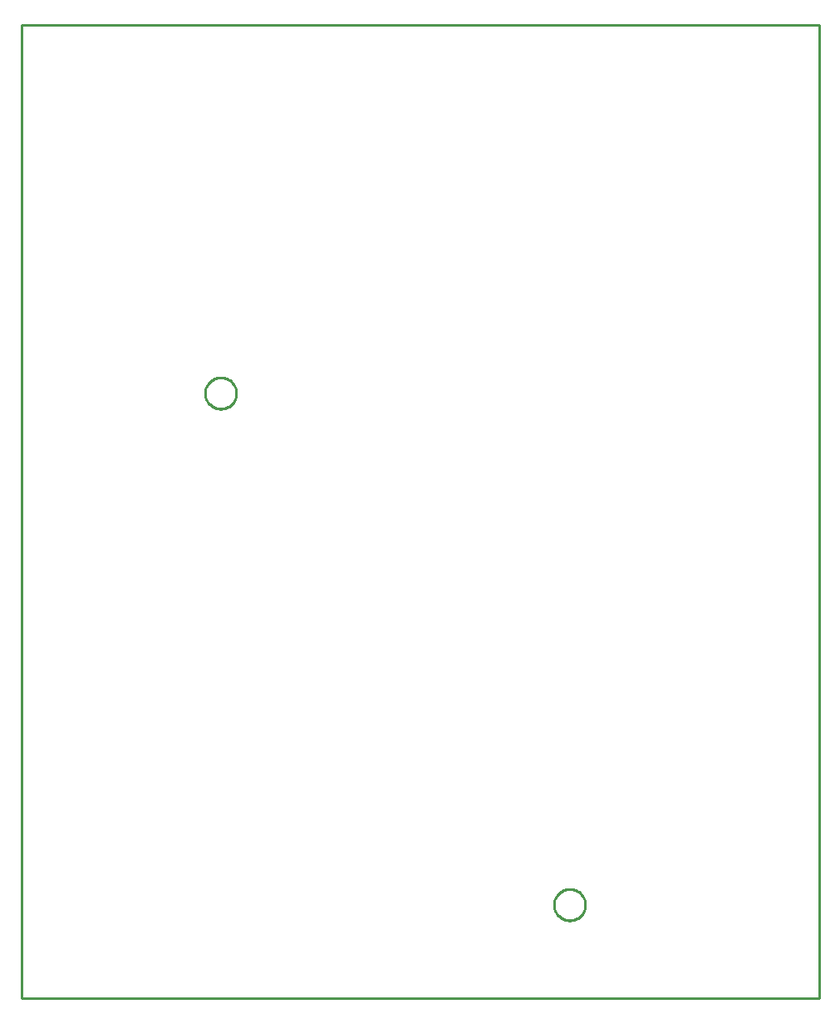
<source format=gbr>
G04 EAGLE Gerber RS-274X export*
G75*
%MOMM*%
%FSLAX34Y34*%
%LPD*%
%IN*%
%IPPOS*%
%AMOC8*
5,1,8,0,0,1.08239X$1,22.5*%
G01*
%ADD10C,0.254000*%


D10*
X0Y0D02*
X812800Y0D01*
X812800Y990600D01*
X0Y990600D01*
X0Y0D01*
X574802Y94726D02*
X574733Y93681D01*
X574597Y92642D01*
X574392Y91614D01*
X574121Y90602D01*
X573784Y89610D01*
X573383Y88642D01*
X572920Y87703D01*
X572396Y86795D01*
X571814Y85924D01*
X571176Y85093D01*
X570486Y84305D01*
X569745Y83564D01*
X568957Y82874D01*
X568126Y82236D01*
X567255Y81654D01*
X566347Y81130D01*
X565408Y80667D01*
X564440Y80266D01*
X563448Y79929D01*
X562436Y79658D01*
X561408Y79453D01*
X560369Y79317D01*
X559324Y79248D01*
X558276Y79248D01*
X557231Y79317D01*
X556192Y79453D01*
X555164Y79658D01*
X554152Y79929D01*
X553160Y80266D01*
X552192Y80667D01*
X551253Y81130D01*
X550345Y81654D01*
X549474Y82236D01*
X548643Y82874D01*
X547855Y83564D01*
X547114Y84305D01*
X546424Y85093D01*
X545786Y85924D01*
X545204Y86795D01*
X544680Y87703D01*
X544217Y88642D01*
X543816Y89610D01*
X543479Y90602D01*
X543208Y91614D01*
X543003Y92642D01*
X542867Y93681D01*
X542798Y94726D01*
X542798Y95774D01*
X542867Y96819D01*
X543003Y97858D01*
X543208Y98886D01*
X543479Y99898D01*
X543816Y100890D01*
X544217Y101858D01*
X544680Y102797D01*
X545204Y103705D01*
X545786Y104576D01*
X546424Y105407D01*
X547114Y106195D01*
X547855Y106936D01*
X548643Y107626D01*
X549474Y108264D01*
X550345Y108846D01*
X551253Y109370D01*
X552192Y109833D01*
X553160Y110234D01*
X554152Y110571D01*
X555164Y110842D01*
X556192Y111047D01*
X557231Y111183D01*
X558276Y111252D01*
X559324Y111252D01*
X560369Y111183D01*
X561408Y111047D01*
X562436Y110842D01*
X563448Y110571D01*
X564440Y110234D01*
X565408Y109833D01*
X566347Y109370D01*
X567255Y108846D01*
X568126Y108264D01*
X568957Y107626D01*
X569745Y106936D01*
X570486Y106195D01*
X571176Y105407D01*
X571814Y104576D01*
X572396Y103705D01*
X572920Y102797D01*
X573383Y101858D01*
X573784Y100890D01*
X574121Y99898D01*
X574392Y98886D01*
X574597Y97858D01*
X574733Y96819D01*
X574802Y95774D01*
X574802Y94726D01*
X219202Y615426D02*
X219133Y614381D01*
X218997Y613342D01*
X218792Y612314D01*
X218521Y611302D01*
X218184Y610310D01*
X217783Y609342D01*
X217320Y608403D01*
X216796Y607495D01*
X216214Y606624D01*
X215576Y605793D01*
X214886Y605005D01*
X214145Y604264D01*
X213357Y603574D01*
X212526Y602936D01*
X211655Y602354D01*
X210747Y601830D01*
X209808Y601367D01*
X208840Y600966D01*
X207848Y600629D01*
X206836Y600358D01*
X205808Y600153D01*
X204769Y600017D01*
X203724Y599948D01*
X202676Y599948D01*
X201631Y600017D01*
X200592Y600153D01*
X199564Y600358D01*
X198552Y600629D01*
X197560Y600966D01*
X196592Y601367D01*
X195653Y601830D01*
X194745Y602354D01*
X193874Y602936D01*
X193043Y603574D01*
X192255Y604264D01*
X191514Y605005D01*
X190824Y605793D01*
X190186Y606624D01*
X189604Y607495D01*
X189080Y608403D01*
X188617Y609342D01*
X188216Y610310D01*
X187879Y611302D01*
X187608Y612314D01*
X187403Y613342D01*
X187267Y614381D01*
X187198Y615426D01*
X187198Y616474D01*
X187267Y617519D01*
X187403Y618558D01*
X187608Y619586D01*
X187879Y620598D01*
X188216Y621590D01*
X188617Y622558D01*
X189080Y623497D01*
X189604Y624405D01*
X190186Y625276D01*
X190824Y626107D01*
X191514Y626895D01*
X192255Y627636D01*
X193043Y628326D01*
X193874Y628964D01*
X194745Y629546D01*
X195653Y630070D01*
X196592Y630533D01*
X197560Y630934D01*
X198552Y631271D01*
X199564Y631542D01*
X200592Y631747D01*
X201631Y631883D01*
X202676Y631952D01*
X203724Y631952D01*
X204769Y631883D01*
X205808Y631747D01*
X206836Y631542D01*
X207848Y631271D01*
X208840Y630934D01*
X209808Y630533D01*
X210747Y630070D01*
X211655Y629546D01*
X212526Y628964D01*
X213357Y628326D01*
X214145Y627636D01*
X214886Y626895D01*
X215576Y626107D01*
X216214Y625276D01*
X216796Y624405D01*
X217320Y623497D01*
X217783Y622558D01*
X218184Y621590D01*
X218521Y620598D01*
X218792Y619586D01*
X218997Y618558D01*
X219133Y617519D01*
X219202Y616474D01*
X219202Y615426D01*
M02*

</source>
